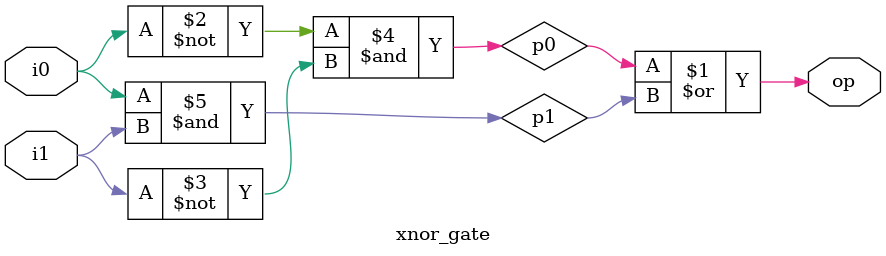
<source format=v>
module xnor_gate
   // I/O ports
   (
    input wire i0, i1,
    output wire op
   );

   // signal declaration
   wire p0, p1;

   // body
   // sum of two product terms
   assign op = p0 | p1;
   // product terms
   assign p0 = ~i0 & ~i1;
   assign p1 = i0 & i1;

endmodule
</source>
